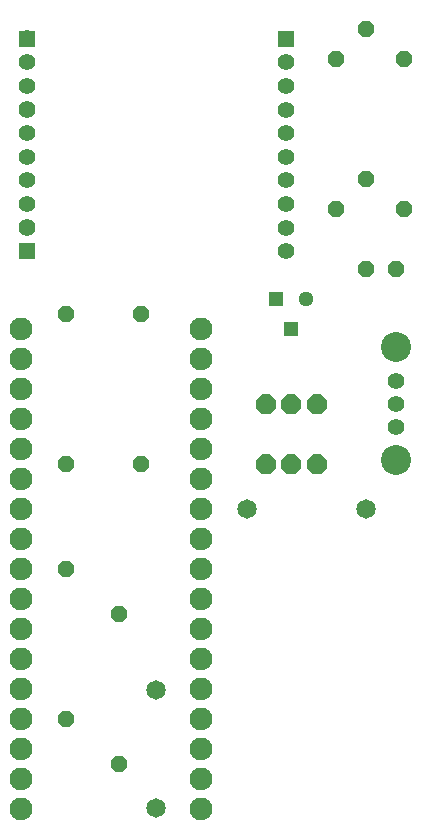
<source format=gtl>
G04 EAGLE Gerber RS-274X export*
G75*
%MOMM*%
%FSLAX34Y34*%
%LPD*%
%INTop Copper*%
%IPPOS*%
%AMOC8*
5,1,8,0,0,1.08239X$1,22.5*%
G01*
%ADD10C,1.651000*%
%ADD11P,1.814519X8X202.500000*%
%ADD12C,1.879600*%
%ADD13R,1.422400X1.422400*%
%ADD14C,1.422400*%
%ADD15P,1.429621X8X202.500000*%
%ADD16P,1.429621X8X292.500000*%
%ADD17P,1.429621X8X112.500000*%
%ADD18C,2.540000*%
%ADD19C,1.930400*%
%ADD20C,1.295400*%
%ADD21R,1.295400X1.295400*%


D10*
X229400Y292100D03*
X329400Y292100D03*
X152400Y138900D03*
X152400Y38900D03*
D11*
X288290Y330200D03*
X266700Y330200D03*
X245110Y330200D03*
X288290Y381000D03*
X266700Y381000D03*
X245110Y381000D03*
D12*
X190500Y444500D03*
X190500Y419100D03*
X190500Y393700D03*
X190500Y368300D03*
X190500Y342900D03*
X190500Y317500D03*
X190500Y292100D03*
X190500Y266700D03*
X190500Y241300D03*
X190500Y215900D03*
X190500Y190500D03*
X190500Y165100D03*
X190500Y139700D03*
X190500Y114300D03*
X190500Y88900D03*
X190500Y63500D03*
X190500Y38100D03*
X38100Y38100D03*
X38100Y63500D03*
X38100Y88900D03*
X38100Y114300D03*
X38100Y139700D03*
X38100Y165100D03*
X38100Y190500D03*
X38100Y215900D03*
X38100Y241300D03*
X38100Y266700D03*
X38100Y292100D03*
X38100Y317500D03*
X38100Y342900D03*
X38100Y368300D03*
X38100Y393700D03*
X38100Y419100D03*
X38100Y444500D03*
D13*
X262382Y689948D03*
D14*
X262382Y669948D03*
X262382Y649948D03*
X262382Y629948D03*
X262382Y609948D03*
X262382Y589948D03*
X262382Y569948D03*
X262382Y549948D03*
X262382Y529948D03*
X262382Y509948D03*
D13*
X42418Y510202D03*
D14*
X42418Y530202D03*
X42418Y550202D03*
X42418Y570202D03*
X42418Y590202D03*
X42418Y610202D03*
X42418Y630202D03*
X42418Y650202D03*
X42418Y670202D03*
X42418Y690202D03*
D15*
X355600Y495300D03*
X330200Y495300D03*
D16*
X76200Y241300D03*
X76200Y114300D03*
D17*
X304800Y546100D03*
X304800Y673100D03*
X361950Y546100D03*
X361950Y673100D03*
D16*
X330200Y698500D03*
X330200Y571500D03*
X76200Y457200D03*
X76200Y330200D03*
D17*
X139700Y330200D03*
X139700Y457200D03*
D14*
X355600Y381000D03*
D18*
X355600Y429000D03*
X355600Y333000D03*
D14*
X355600Y361000D03*
X355600Y400000D03*
D19*
X38100Y38100D03*
X38100Y63500D03*
X38100Y88900D03*
X38100Y114300D03*
X38100Y139700D03*
X38100Y165100D03*
X38100Y190500D03*
X38100Y215900D03*
X38100Y241300D03*
X38100Y266700D03*
X38100Y292100D03*
X190500Y368300D03*
X190500Y342900D03*
X38100Y368300D03*
X38100Y393700D03*
X38100Y419100D03*
X38100Y444500D03*
X190500Y444500D03*
X190500Y419100D03*
X190500Y393700D03*
X38100Y317500D03*
X38100Y342900D03*
X190500Y317500D03*
X190500Y292100D03*
X190500Y266700D03*
X190500Y241300D03*
X190500Y215900D03*
X190500Y190500D03*
X190500Y165100D03*
X190500Y139700D03*
X190500Y114300D03*
X190500Y88900D03*
X190500Y63500D03*
X190500Y38100D03*
D14*
X42400Y510000D03*
X42400Y530000D03*
X42400Y550000D03*
X42400Y570000D03*
X42400Y590000D03*
X42400Y610000D03*
X42400Y630000D03*
X42400Y650000D03*
X42400Y670000D03*
D13*
X42400Y690000D03*
D14*
X262400Y510000D03*
X262400Y530000D03*
X262400Y550000D03*
X262400Y570000D03*
X262400Y590000D03*
X262400Y610000D03*
X262400Y630000D03*
X262400Y650000D03*
X262400Y670000D03*
X262400Y690000D03*
D20*
X279400Y469900D03*
D21*
X266700Y444500D03*
X254000Y469900D03*
D17*
X120650Y76200D03*
X120650Y203200D03*
M02*

</source>
